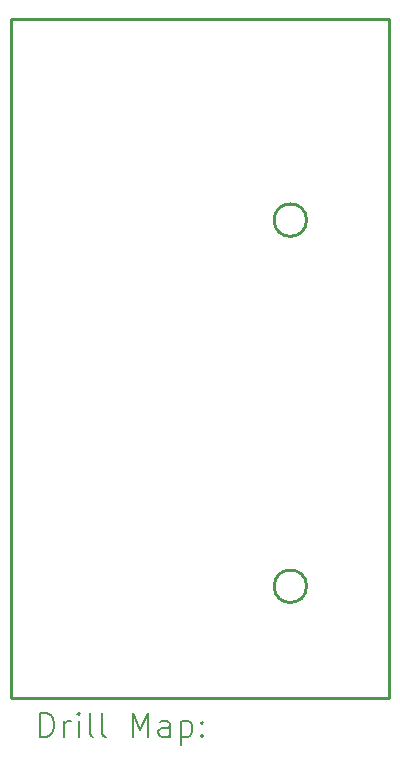
<source format=gbr>
%TF.GenerationSoftware,KiCad,Pcbnew,8.0.3*%
%TF.CreationDate,2024-07-16T15:02:45-04:00*%
%TF.ProjectId,Pheripheral-Scout,50686572-6970-4686-9572-616c2d53636f,rev?*%
%TF.SameCoordinates,Original*%
%TF.FileFunction,Drillmap*%
%TF.FilePolarity,Positive*%
%FSLAX45Y45*%
G04 Gerber Fmt 4.5, Leading zero omitted, Abs format (unit mm)*
G04 Created by KiCad (PCBNEW 8.0.3) date 2024-07-16 15:02:45*
%MOMM*%
%LPD*%
G01*
G04 APERTURE LIST*
%ADD10C,0.250000*%
%ADD11C,0.200000*%
G04 APERTURE END LIST*
D10*
X12979000Y-6604000D02*
X9779000Y-6604000D01*
X9779000Y-12354000D02*
X12979000Y-12354000D01*
X12979000Y-12354000D02*
X12979000Y-6604000D01*
X9779000Y-6604000D02*
X9779000Y-12354000D01*
X12281500Y-8304000D02*
G75*
G02*
X12006500Y-8304000I-137500J0D01*
G01*
X12006500Y-8304000D02*
G75*
G02*
X12281500Y-8304000I137500J0D01*
G01*
X12281500Y-11404000D02*
G75*
G02*
X12006500Y-11404000I-137500J0D01*
G01*
X12006500Y-11404000D02*
G75*
G02*
X12281500Y-11404000I137500J0D01*
G01*
D11*
X10027277Y-12677984D02*
X10027277Y-12477984D01*
X10027277Y-12477984D02*
X10074896Y-12477984D01*
X10074896Y-12477984D02*
X10103467Y-12487508D01*
X10103467Y-12487508D02*
X10122515Y-12506555D01*
X10122515Y-12506555D02*
X10132039Y-12525603D01*
X10132039Y-12525603D02*
X10141563Y-12563698D01*
X10141563Y-12563698D02*
X10141563Y-12592269D01*
X10141563Y-12592269D02*
X10132039Y-12630365D01*
X10132039Y-12630365D02*
X10122515Y-12649412D01*
X10122515Y-12649412D02*
X10103467Y-12668460D01*
X10103467Y-12668460D02*
X10074896Y-12677984D01*
X10074896Y-12677984D02*
X10027277Y-12677984D01*
X10227277Y-12677984D02*
X10227277Y-12544650D01*
X10227277Y-12582746D02*
X10236801Y-12563698D01*
X10236801Y-12563698D02*
X10246324Y-12554174D01*
X10246324Y-12554174D02*
X10265372Y-12544650D01*
X10265372Y-12544650D02*
X10284420Y-12544650D01*
X10351086Y-12677984D02*
X10351086Y-12544650D01*
X10351086Y-12477984D02*
X10341563Y-12487508D01*
X10341563Y-12487508D02*
X10351086Y-12497031D01*
X10351086Y-12497031D02*
X10360610Y-12487508D01*
X10360610Y-12487508D02*
X10351086Y-12477984D01*
X10351086Y-12477984D02*
X10351086Y-12497031D01*
X10474896Y-12677984D02*
X10455848Y-12668460D01*
X10455848Y-12668460D02*
X10446324Y-12649412D01*
X10446324Y-12649412D02*
X10446324Y-12477984D01*
X10579658Y-12677984D02*
X10560610Y-12668460D01*
X10560610Y-12668460D02*
X10551086Y-12649412D01*
X10551086Y-12649412D02*
X10551086Y-12477984D01*
X10808229Y-12677984D02*
X10808229Y-12477984D01*
X10808229Y-12477984D02*
X10874896Y-12620841D01*
X10874896Y-12620841D02*
X10941563Y-12477984D01*
X10941563Y-12477984D02*
X10941563Y-12677984D01*
X11122515Y-12677984D02*
X11122515Y-12573222D01*
X11122515Y-12573222D02*
X11112991Y-12554174D01*
X11112991Y-12554174D02*
X11093944Y-12544650D01*
X11093944Y-12544650D02*
X11055848Y-12544650D01*
X11055848Y-12544650D02*
X11036801Y-12554174D01*
X11122515Y-12668460D02*
X11103467Y-12677984D01*
X11103467Y-12677984D02*
X11055848Y-12677984D01*
X11055848Y-12677984D02*
X11036801Y-12668460D01*
X11036801Y-12668460D02*
X11027277Y-12649412D01*
X11027277Y-12649412D02*
X11027277Y-12630365D01*
X11027277Y-12630365D02*
X11036801Y-12611317D01*
X11036801Y-12611317D02*
X11055848Y-12601793D01*
X11055848Y-12601793D02*
X11103467Y-12601793D01*
X11103467Y-12601793D02*
X11122515Y-12592269D01*
X11217753Y-12544650D02*
X11217753Y-12744650D01*
X11217753Y-12554174D02*
X11236801Y-12544650D01*
X11236801Y-12544650D02*
X11274896Y-12544650D01*
X11274896Y-12544650D02*
X11293943Y-12554174D01*
X11293943Y-12554174D02*
X11303467Y-12563698D01*
X11303467Y-12563698D02*
X11312991Y-12582746D01*
X11312991Y-12582746D02*
X11312991Y-12639888D01*
X11312991Y-12639888D02*
X11303467Y-12658936D01*
X11303467Y-12658936D02*
X11293943Y-12668460D01*
X11293943Y-12668460D02*
X11274896Y-12677984D01*
X11274896Y-12677984D02*
X11236801Y-12677984D01*
X11236801Y-12677984D02*
X11217753Y-12668460D01*
X11398705Y-12658936D02*
X11408229Y-12668460D01*
X11408229Y-12668460D02*
X11398705Y-12677984D01*
X11398705Y-12677984D02*
X11389182Y-12668460D01*
X11389182Y-12668460D02*
X11398705Y-12658936D01*
X11398705Y-12658936D02*
X11398705Y-12677984D01*
X11398705Y-12554174D02*
X11408229Y-12563698D01*
X11408229Y-12563698D02*
X11398705Y-12573222D01*
X11398705Y-12573222D02*
X11389182Y-12563698D01*
X11389182Y-12563698D02*
X11398705Y-12554174D01*
X11398705Y-12554174D02*
X11398705Y-12573222D01*
M02*

</source>
